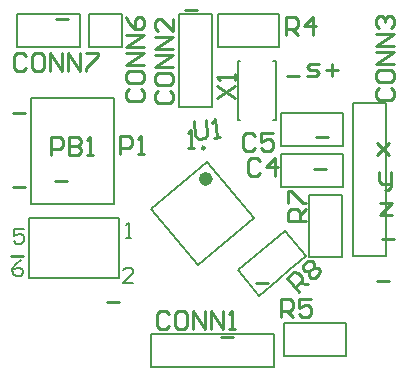
<source format=gto>
G04 Layer_Color=65535*
%FSLAX24Y24*%
%MOIN*%
G70*
G01*
G75*
%ADD16C,0.0100*%
%ADD29C,0.0236*%
%ADD30C,0.0098*%
%ADD31C,0.0079*%
%ADD32C,0.0080*%
D16*
X9734Y2750D02*
X9349Y3209D01*
X9578Y3402D01*
X9719Y3390D01*
X9848Y3237D01*
X9835Y3096D01*
X9606Y2903D01*
X9759Y3032D02*
X10041Y3007D01*
X9872Y3518D02*
X9885Y3659D01*
X10038Y3788D01*
X10179Y3775D01*
X10243Y3699D01*
X10231Y3558D01*
X10372Y3546D01*
X10436Y3469D01*
X10423Y3328D01*
X10270Y3200D01*
X10129Y3212D01*
X10065Y3289D01*
X10078Y3430D01*
X9937Y3442D01*
X9872Y3518D01*
X10078Y3430D02*
X10231Y3558D01*
X9984Y5100D02*
X9384D01*
Y5400D01*
X9484Y5500D01*
X9684D01*
X9784Y5400D01*
Y5100D01*
Y5300D02*
X9984Y5500D01*
X9384Y5700D02*
Y6100D01*
X9484D01*
X9884Y5700D01*
X9984D01*
X12400Y9550D02*
X12300Y9450D01*
Y9250D01*
X12400Y9150D01*
X12800D01*
X12900Y9250D01*
Y9450D01*
X12800Y9550D01*
X12300Y10050D02*
Y9850D01*
X12400Y9750D01*
X12800D01*
X12900Y9850D01*
Y10050D01*
X12800Y10150D01*
X12400D01*
X12300Y10050D01*
X12900Y10350D02*
X12300D01*
X12900Y10749D01*
X12300D01*
X12900Y10949D02*
X12300D01*
X12900Y11349D01*
X12300D01*
X12400Y11549D02*
X12300Y11649D01*
Y11849D01*
X12400Y11949D01*
X12500D01*
X12600Y11849D01*
Y11749D01*
Y11849D01*
X12700Y11949D01*
X12800D01*
X12900Y11849D01*
Y11649D01*
X12800Y11549D01*
X9300Y11300D02*
Y11900D01*
X9600D01*
X9700Y11800D01*
Y11600D01*
X9600Y11500D01*
X9300D01*
X9500D02*
X9700Y11300D01*
X10200D02*
Y11900D01*
X9900Y11600D01*
X10300D01*
X6248Y8436D02*
X6291Y7938D01*
X6400Y7847D01*
X6599Y7865D01*
X6690Y7973D01*
X6646Y8471D01*
X6898Y7891D02*
X7097Y7908D01*
X6997Y7900D01*
X6945Y8497D01*
X6854Y8389D01*
X5400Y2000D02*
X5300Y2100D01*
X5100D01*
X5000Y2000D01*
Y1600D01*
X5100Y1500D01*
X5300D01*
X5400Y1600D01*
X5900Y2100D02*
X5700D01*
X5600Y2000D01*
Y1600D01*
X5700Y1500D01*
X5900D01*
X6000Y1600D01*
Y2000D01*
X5900Y2100D01*
X6200Y1500D02*
Y2100D01*
X6599Y1500D01*
Y2100D01*
X6799Y1500D02*
Y2100D01*
X7199Y1500D01*
Y2100D01*
X7399Y1500D02*
X7599D01*
X7499D01*
Y2100D01*
X7399Y2000D01*
X8450Y7100D02*
X8350Y7200D01*
X8150D01*
X8050Y7100D01*
Y6700D01*
X8150Y6600D01*
X8350D01*
X8450Y6700D01*
X8950Y6600D02*
Y7200D01*
X8650Y6900D01*
X9050D01*
X8284Y7950D02*
X8184Y8050D01*
X7984D01*
X7884Y7950D01*
Y7550D01*
X7984Y7450D01*
X8184D01*
X8284Y7550D01*
X8884Y8050D02*
X8484D01*
Y7750D01*
X8684Y7850D01*
X8784D01*
X8884Y7750D01*
Y7550D01*
X8784Y7450D01*
X8584D01*
X8484Y7550D01*
X3784Y7350D02*
Y7950D01*
X4084D01*
X4184Y7850D01*
Y7650D01*
X4084Y7550D01*
X3784D01*
X4384Y7350D02*
X4584D01*
X4484D01*
Y7950D01*
X4384Y7850D01*
X1484Y7300D02*
Y7900D01*
X1784D01*
X1884Y7800D01*
Y7600D01*
X1784Y7500D01*
X1484D01*
X2084Y7900D02*
Y7300D01*
X2384D01*
X2484Y7400D01*
Y7500D01*
X2384Y7600D01*
X2084D01*
X2384D01*
X2484Y7700D01*
Y7800D01*
X2384Y7900D01*
X2084D01*
X2684Y7300D02*
X2884D01*
X2784D01*
Y7900D01*
X2684Y7800D01*
X7000Y9200D02*
X7600Y9600D01*
X7000D02*
X7600Y9200D01*
Y9800D02*
Y10000D01*
Y9900D01*
X7000D01*
X7100Y9800D01*
X9134Y1900D02*
Y2500D01*
X9434D01*
X9534Y2400D01*
Y2200D01*
X9434Y2100D01*
X9134D01*
X9334D02*
X9534Y1900D01*
X10134Y2500D02*
X9734D01*
Y2200D01*
X9934Y2300D01*
X10034D01*
X10134Y2200D01*
Y2000D01*
X10034Y1900D01*
X9834D01*
X9734Y2000D01*
X4084Y9500D02*
X3984Y9400D01*
Y9200D01*
X4084Y9100D01*
X4484D01*
X4584Y9200D01*
Y9400D01*
X4484Y9500D01*
X3984Y10000D02*
Y9800D01*
X4084Y9700D01*
X4484D01*
X4584Y9800D01*
Y10000D01*
X4484Y10100D01*
X4084D01*
X3984Y10000D01*
X4584Y10300D02*
X3984D01*
X4584Y10699D01*
X3984D01*
X4584Y10899D02*
X3984D01*
X4584Y11299D01*
X3984D01*
Y11899D02*
X4084Y11699D01*
X4284Y11499D01*
X4484D01*
X4584Y11599D01*
Y11799D01*
X4484Y11899D01*
X4384D01*
X4284Y11799D01*
Y11499D01*
X634Y10600D02*
X534Y10700D01*
X334D01*
X234Y10600D01*
Y10200D01*
X334Y10100D01*
X534D01*
X634Y10200D01*
X1134Y10700D02*
X934D01*
X834Y10600D01*
Y10200D01*
X934Y10100D01*
X1134D01*
X1234Y10200D01*
Y10600D01*
X1134Y10700D01*
X1434Y10100D02*
Y10700D01*
X1834Y10100D01*
Y10700D01*
X2034Y10100D02*
Y10700D01*
X2434Y10100D01*
Y10700D01*
X2633D02*
X3033D01*
Y10600D01*
X2633Y10200D01*
Y10100D01*
X5034Y9450D02*
X4934Y9350D01*
Y9150D01*
X5034Y9050D01*
X5434D01*
X5534Y9150D01*
Y9350D01*
X5434Y9450D01*
X4934Y9950D02*
Y9750D01*
X5034Y9650D01*
X5434D01*
X5534Y9750D01*
Y9950D01*
X5434Y10050D01*
X5034D01*
X4934Y9950D01*
X5534Y10250D02*
X4934D01*
X5534Y10649D01*
X4934D01*
X5534Y10849D02*
X4934D01*
X5534Y11249D01*
X4934D01*
X5534Y11849D02*
Y11449D01*
X5134Y11849D01*
X5034D01*
X4934Y11749D01*
Y11549D01*
X5034Y11449D01*
X8700Y3050D02*
X8300D01*
X3750Y2400D02*
X3350D01*
X550Y3950D02*
X150D01*
X2000Y6450D02*
X1600D01*
X600Y8700D02*
X200D01*
X2050Y11850D02*
X1650D01*
X6350Y12150D02*
X5950D01*
X10700Y7900D02*
X10300D01*
X10650Y6850D02*
X10250D01*
X10000Y9950D02*
X10300D01*
X10400Y10050D01*
X10300Y10150D01*
X10100D01*
X10000Y10250D01*
X10100Y10350D01*
X10400D01*
X10650Y10150D02*
X11050D01*
X10850Y10350D02*
Y9950D01*
X9350Y9930D02*
X9750D01*
X7150Y1250D02*
X7550D01*
X12350Y3100D02*
X12750D01*
X12500Y4500D02*
X12900D01*
X200Y6250D02*
X600D01*
X6050Y7550D02*
X6250D01*
X6150D01*
Y8150D01*
X6050Y8050D01*
X12350Y7700D02*
X12750Y7300D01*
X12550Y7500D01*
X12750Y7700D01*
X12350Y7300D01*
X12400Y6750D02*
Y6450D01*
X12500Y6350D01*
X12800D01*
Y6250D01*
X12700Y6150D01*
X12600D01*
X12800Y6350D02*
Y6750D01*
X12450Y5700D02*
X12850D01*
X12450Y5300D01*
X12850D01*
D29*
X6754Y6515D02*
G03*
X6754Y6515I-118J0D01*
G01*
D30*
X6601Y7549D02*
G03*
X6601Y7549I-49J0D01*
G01*
D31*
X2734Y10900D02*
Y12000D01*
X3834D01*
Y10900D02*
Y12000D01*
X2734Y10900D02*
X3834D01*
X4815Y5500D02*
X6384Y3631D01*
X8254Y5200D01*
X4815Y5500D02*
X6685Y7069D01*
X8254Y5200D01*
X334Y12000D02*
X2434D01*
Y10900D02*
Y12000D01*
X334Y10900D02*
X2434D01*
X334D02*
Y12000D01*
X10639Y599D02*
X10796D01*
X11308D01*
X9261D02*
X10087D01*
X9261Y1229D02*
Y1701D01*
X11308D01*
Y599D02*
Y1701D01*
X10087Y599D02*
X10639D01*
X9261D02*
Y1229D01*
X4800Y250D02*
Y1350D01*
Y250D02*
X8900D01*
Y1350D01*
X4800D02*
X8900D01*
X7554Y12018D02*
X7712D01*
X7043D02*
X7554D01*
X8263D02*
X9090D01*
Y10915D02*
Y11388D01*
X7043Y10915D02*
X9090D01*
X7043D02*
Y12018D01*
X7712D02*
X8263D01*
X9090Y11388D02*
Y12018D01*
X11208Y6721D02*
X11208Y7351D01*
X9830D02*
X10381D01*
X9161Y6249D02*
X9161Y7351D01*
X9161Y6249D02*
X11208Y6249D01*
Y6721D01*
X10381Y7351D02*
X11208D01*
X9161D02*
X9672D01*
X9830D01*
X7704Y8466D02*
X7783D01*
X7704Y10434D02*
X7704Y8466D01*
X7704Y10434D02*
X7783Y10434D01*
X8885Y8466D02*
X8964Y8466D01*
Y10434D01*
X8885D02*
X8964D01*
X11208Y8071D02*
Y8701D01*
X9830D02*
X10381Y8701D01*
X9161Y7599D02*
Y8701D01*
Y7599D02*
X11208D01*
X11208Y8071D02*
X11208Y7599D01*
X10381Y8701D02*
X11208Y8701D01*
X9161D02*
X9672D01*
X9830D01*
X10083Y5974D02*
X10713D01*
X10083Y4596D02*
X10083Y5147D01*
Y3926D02*
X11185D01*
Y5974D01*
X10713D02*
X11185D01*
X10083D02*
X10083Y5147D01*
X10083Y4438D02*
X10083Y3926D01*
X10083Y4438D02*
Y4596D01*
X8000Y3102D02*
X8404Y2620D01*
X9038Y3151D02*
X9460Y3506D01*
X9264Y4780D02*
X9973Y3936D01*
X7696Y3464D02*
X9264Y4780D01*
X7696Y3464D02*
X8000Y3102D01*
X8404Y2620D02*
X9038Y3151D01*
X9581Y3607D02*
X9973Y3936D01*
X9460Y3506D02*
X9581Y3607D01*
X11534Y9050D02*
X12634D01*
X11534Y3950D02*
Y9050D01*
Y3950D02*
X12634D01*
Y9050D01*
X734Y5200D02*
X2651D01*
X734D02*
X3734D01*
X734Y3200D02*
X3734D01*
Y5200D01*
X734Y3200D02*
Y5200D01*
X3562Y5678D02*
Y9222D01*
X806Y5678D02*
X3562Y5678D01*
X806Y5678D02*
Y9222D01*
X3562D01*
X5734Y8900D02*
X6834D01*
Y12000D01*
X5734D02*
X6834D01*
X5734Y8900D02*
Y12000D01*
D32*
X3984Y4550D02*
X4151D01*
X4068D01*
Y5050D01*
X3984Y4967D01*
X4217Y3050D02*
X3884D01*
X4217Y3383D01*
Y3467D01*
X4134Y3550D01*
X3968D01*
X3884Y3467D01*
X567Y4850D02*
X234D01*
Y4600D01*
X401Y4683D01*
X484D01*
X567Y4600D01*
Y4433D01*
X484Y4350D01*
X318D01*
X234Y4433D01*
X476Y3800D02*
X326Y3689D01*
X191Y3496D01*
X220Y3332D01*
X316Y3264D01*
X480Y3293D01*
X548Y3390D01*
X533Y3472D01*
X437Y3540D01*
X191Y3496D01*
M02*

</source>
